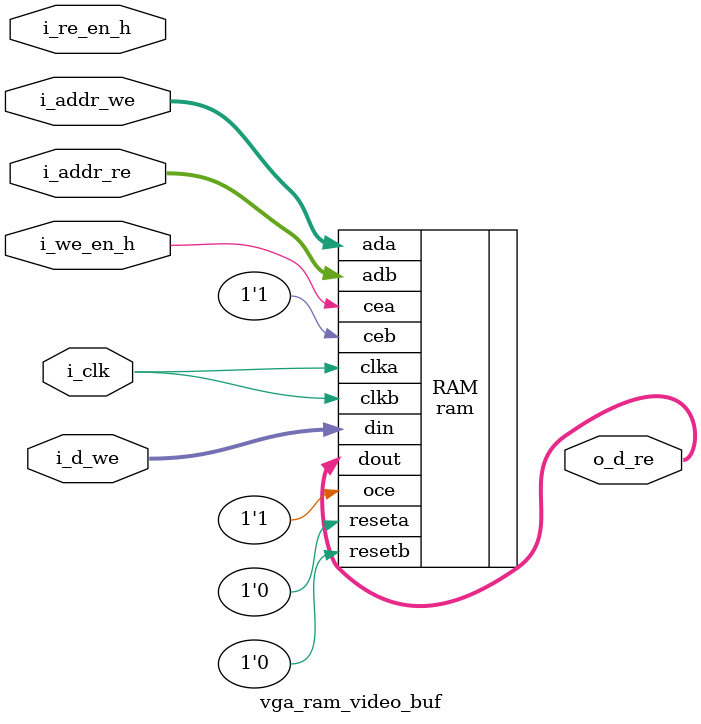
<source format=v>
module vga_ram_video_buf
(
    input wire i_clk,
	 input wire [7:0] i_d_we,
	 input wire [10:0] i_addr_we,
	 input wire i_we_en_h,
	 
	 input wire [10:0] i_addr_re,
	 input wire i_re_en_h,
	 output wire [7:0] o_d_re
);
/*
ram_1 RAM (
	.clock(i_clk),
	.data(i_d_we),
	.rdaddress(i_addr_re),
	.rden(i_re_en_h),
	.wraddress(i_addr_we),
	.wren(i_we_en_h),
	.q(o_d_re)
);
*/

/*
ram RAM(
  .clka(i_clk),
  .wea(i_we_en_h),
  .addra(i_addr_we),
  .dina(i_d_we),
  
  .clkb(i_clk),
  .addrb(i_addr_re),
  .doutb(o_d_re)
);
*/



//output [7:0] dout;
//input clka;
//input cea;
//input reseta;
//input clkb;
//input ceb;
//input resetb;
//input oce;
//input [10:0] ada;
//input [7:0] din;
//input [10:0] adb;


// GoWin -------------------
ram RAM(
  .reseta ( 1'b0      ),
  .resetb ( 1'b0      ),

  .clka   ( i_clk     ),
  .cea    ( i_we_en_h ),
  .ada    ( i_addr_we ),
  .din    ( i_d_we    ),
  
  .clkb   ( i_clk     ),
  .ceb    ( 1'b1      ),
  .oce    ( 1'b1      ),
  .adb    ( i_addr_re ),
  .dout   ( o_d_re    )
);

endmodule

</source>
